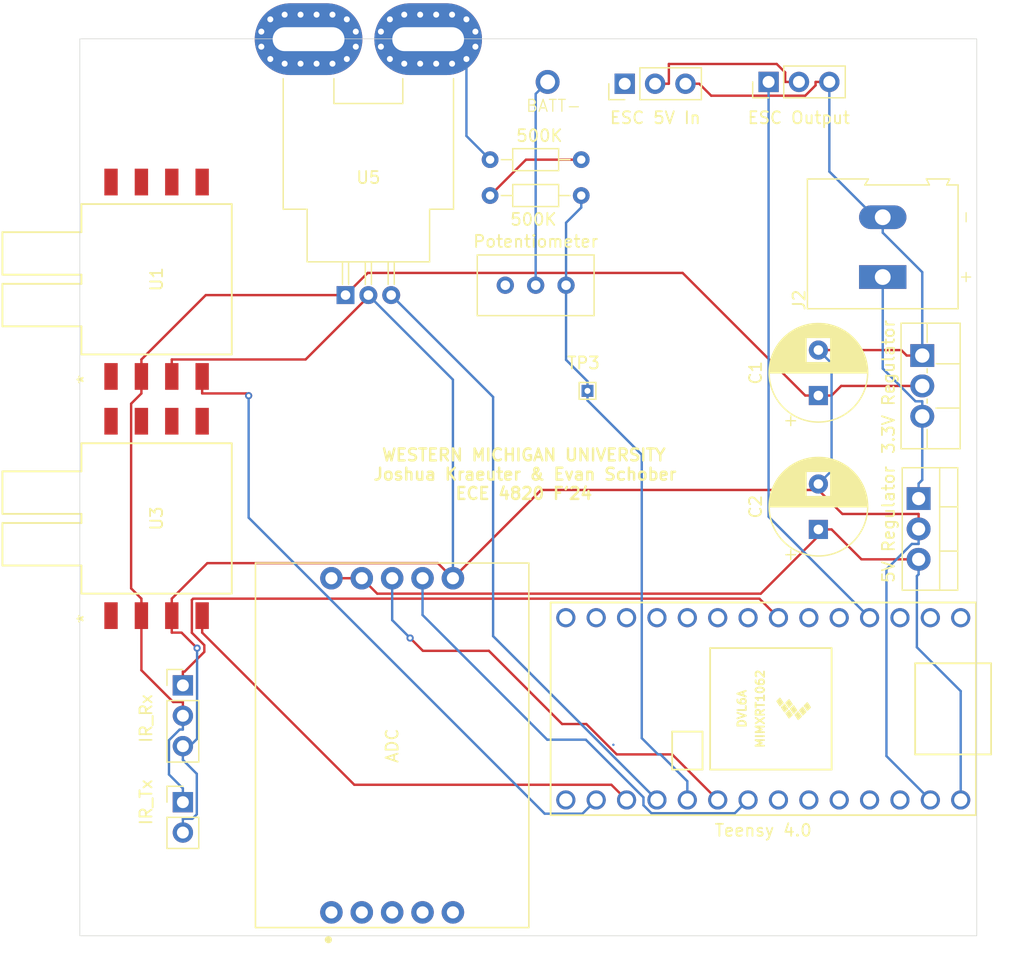
<source format=kicad_pcb>
(kicad_pcb (version 20240108) (generator "pcbnew") (generator_version "8.0")
  (title_block (title "PCB for Sensors") (date "10/10/2024") (rev "3") (company "Western Michigan University"))
  (layers (0 "F.Cu" signal) (31 "B.Cu" signal) (34 "B.Paste" user) (35 "F.Paste" user) (36 "B.SilkS" user "B.Silkscreen") (37 "F.SilkS" user "F.Silkscreen") (38 "B.Mask" user) (39 "F.Mask" user) (44 "Edge.Cuts" user))
  (net 0 "")
  (net 1 "Net-(IR_Receiver1-Pin_1)")
  (net 18 "+12V")
  (net 21 "+3V3")
  (net 25 "Net-(U3-VOUT)")
  (net 27 "GND")
  (net 28 "-BATT")
  (net 29 "Net-(U1-VOUT)")
  (net 31 "Net-(R2-Pad2)")
  (net 32 "Net-(J1-Pin_1)")
  (net 33 "Net-(U4-16_A2_RX4_SCL1)")
  (net 34 "+5V")
  (net 35 "+BATT")
  (net 36 "Net-(J1-Pin_2)")
  (net 37 "Net-(U4-17_A3_TX4_SDA1)")
  (net 38 "Net-(U4-19_A5_SCL0)")
  (net 39 "Net-(U4-18_A4_SDA0)")
  (net 40 "unconnected-(U5-IP--Pad5)")
  (footprint "MountingHole:MountingHole_3mm" (layer "F.Cu") (at 256 91.5)
    (property "Reference" "H2" (hide yes))
    (property "Value" "MountingHole_3mm")
    (pad "" np_thru_hole circle (at 0 0) (size 3 3) (drill 3) (layers "*.Cu" "*.Mask"))
  )
  (footprint "Resistor_THT:R_Axial_DIN0204_L3.6mm_D1.6mm_P7.62mm_Horizontal" (layer "F.Cu") (at 218.69 98)
    (property "Reference" "500K" (at 4.12 -2 0) (layer "F.SilkS"))
    (property "Value" "50K")
    (pad "1" thru_hole circle (at 0 0) (size 1.4 1.4) (drill 0.7) (layers "*.Cu" "*.Mask") (net 35 "+BATT"))
    (pad "2" thru_hole oval (at 7.62 0) (size 1.4 1.4) (drill 0.7) (layers "*.Cu" "*.Mask") (net 31 "Net-(R2-Pad2)"))
  )
  (footprint "Capacitor_THT:CP_Radial_D8.0mm_P3.80mm" (layer "F.Cu") (at 246.14 128.92 90)
    (property "Reference" "C2" (at 1.9 -5.25 90) (layer "F.SilkS"))
    (property "Value" "470uF" (hide yes))
    (pad "1" thru_hole rect (at 0 0 90) (size 1.6 1.6) (drill 0.8) (layers "*.Cu" "*.Mask") (net 34 "+5V"))
    (pad "2" thru_hole circle (at 3.8 0 90) (size 1.6 1.6) (drill 0.8) (layers "*.Cu" "*.Mask") (net 27 "GND"))
  )
  (footprint "Connector_PinHeader_2.54mm:PinHeader_1x03_P2.54mm_Vertical" (layer "F.Cu") (at 229.945 91.6517 90)
    (property "Reference" "ESC 5V In" (at -2.8483 2.555 0) (layer "F.SilkS"))
    (property "Value" "Servo")
    (pad "1" thru_hole rect (at 0 0 90) (size 1.7 1.7) (drill 1) (layers "*.Cu" "*.Mask"))
    (pad "2" thru_hole oval (at 0 2.54 90) (size 1.7 1.7) (drill 1) (layers "*.Cu" "*.Mask") (net 36 "Net-(J1-Pin_2)"))
    (pad "3" thru_hole oval (at 0 5.08 90) (size 1.7 1.7) (drill 1) (layers "*.Cu" "*.Mask") (net 27 "GND"))
  )
  (footprint "Capacitor_THT:CP_Radial_D8.0mm_P3.80mm" (layer "F.Cu") (at 246.14 117.7227 90)
    (property "Reference" "C1" (at 1.9 -5.25 90) (layer "F.SilkS"))
    (property "Value" "470uF" (hide yes))
    (pad "1" thru_hole rect (at 0 0 90) (size 1.6 1.6) (drill 0.8) (layers "*.Cu" "*.Mask") (net 21 "+3V3"))
    (pad "2" thru_hole circle (at 3.8 0 90) (size 1.6 1.6) (drill 0.8) (layers "*.Cu" "*.Mask") (net 27 "GND"))
  )
  (footprint "SEN_13879:SPARKFUN_SEN-13879" (layer "F.Cu") (at 210.5 146.97 90)
    (property "Reference" "ADC" (at -0.03 0 90) (layer "F.SilkS") (effects (font (size 1.000063 1.000063))))
    (property "Value" "Load-Cell ADC - SEN-13879")
    (pad "1" thru_hole circle (at -13.97 -5.08 90) (size 1.8796 1.8796) (drill 1.016) (layers "*.Cu" "*.Mask"))
    (pad "2" thru_hole circle (at -13.97 -2.54 90) (size 1.8796 1.8796) (drill 1.016) (layers "*.Cu" "*.Mask"))
    (pad "3" thru_hole circle (at -13.97 0 90) (size 1.8796 1.8796) (drill 1.016) (layers "*.Cu" "*.Mask"))
    (pad "4" thru_hole circle (at -13.97 2.54 90) (size 1.8796 1.8796) (drill 1.016) (layers "*.Cu" "*.Mask"))
    (pad "5" thru_hole circle (at -13.97 5.08 90) (size 1.8796 1.8796) (drill 1.016) (layers "*.Cu" "*.Mask"))
    (pad "6" thru_hole circle (at 13.97 5.08 90) (size 1.8796 1.8796) (drill 1.016) (layers "*.Cu" "*.Mask") (net 27 "GND"))
    (pad "7" thru_hole circle (at 13.97 2.54 90) (size 1.8796 1.8796) (drill 1.016) (layers "*.Cu" "*.Mask") (net 38 "Net-(U4-19_A5_SCL0)"))
    (pad "8" thru_hole circle (at 13.97 0 90) (size 1.8796 1.8796) (drill 1.016) (layers "*.Cu" "*.Mask") (net 39 "Net-(U4-18_A4_SDA0)"))
    (pad "9" thru_hole circle (at 13.97 -2.54 90) (size 1.8796 1.8796) (drill 1.016) (layers "*.Cu" "*.Mask") (net 34 "+5V"))
    (pad "10" thru_hole circle (at 13.97 -5.08 90) (size 1.8796 1.8796) (drill 1.016) (layers "*.Cu" "*.Mask") (net 34 "+5V"))
  )
  (footprint "Connector_Wire:Battery Tap" (layer "F.Cu") (at 223.5 96.5)
    (property "Reference" "BATT-" (at 0.5 -3 0) (layer "F.SilkS") (effects (font (thickness 0.1))))
    (property "Value" "TestPoint")
    (pad "1" thru_hole circle (at 0 -5) (size 2 2) (drill 1.25) (layers "*.Cu" "*.Mask") (net 28 "-BATT"))
  )
  (footprint "Package_TO_SOT_THT:TO-220F-3_Vertical" (layer "F.Cu") (at 254.825 114.38 -90)
    (property "Reference" "3.3V Regulator" (at 2.62 2.825 90) (layer "F.SilkS"))
    (property "Value" "LM1117T-3.3" (hide yes))
    (pad "1" thru_hole rect (at 0 0 270) (size 1.905 2) (drill 1.2) (layers "*.Cu" "*.Mask") (net 27 "GND"))
    (pad "2" thru_hole oval (at 2.54 0 270) (size 1.905 2) (drill 1.2) (layers "*.Cu" "*.Mask") (net 21 "+3V3"))
    (pad "3" thru_hole oval (at 5.08 0 270) (size 1.905 2) (drill 1.2) (layers "*.Cu" "*.Mask") (net 18 "+12V"))
  )
  (footprint "TestPoint:TestPoint_THTPad_1.0x1.0mm_Drill0.5mm" (layer "F.Cu") (at 226.8333 117.3333)
    (property "Reference" "TP3" (at -0.3333 -2.3313 0) (layer "F.SilkS"))
    (property "Value" "TestPoint")
    (pad "1" thru_hole rect (at 0 0) (size 1 1) (drill 0.5) (layers "*.Cu" "*.Mask") (net 37 "Net-(U4-17_A3_TX4_SDA1)"))
  )
  (footprint "MountingHole:MountingHole_3mm" (layer "F.Cu") (at 256 159.5)
    (property "Reference" "H3" (hide yes))
    (property "Value" "MountingHole_3mm")
    (pad "" np_thru_hole circle (at 0 0) (size 3 3) (drill 3) (layers "*.Cu" "*.Mask"))
  )
  (footprint "Connector_PinHeader_2.54mm:PinHeader_1x03_P2.54mm_Vertical" (layer "F.Cu") (at 241.975 91.5 90)
    (property "Reference" "ESC Output" (at -3 2.525 0) (layer "F.SilkS"))
    (property "Value" "Servo")
    (pad "1" thru_hole rect (at 0 0 90) (size 1.7 1.7) (drill 1) (layers "*.Cu" "*.Mask") (net 32 "Net-(J1-Pin_1)"))
    (pad "2" thru_hole oval (at 0 2.54 90) (size 1.7 1.7) (drill 1) (layers "*.Cu" "*.Mask") (net 36 "Net-(J1-Pin_2)"))
    (pad "3" thru_hole oval (at 0 5.08 90) (size 1.7 1.7) (drill 1) (layers "*.Cu" "*.Mask") (net 27 "GND"))
  )
  (footprint "MountingHole:MountingHole_3mm" (layer "F.Cu") (at 188 91.5)
    (property "Reference" "H1" (hide yes))
    (property "Value" "MountingHole_3mm")
    (pad "" np_thru_hole circle (at 0 0) (size 3 3) (drill 3) (layers "*.Cu" "*.Mask"))
  )
  (footprint "Package_TO_SOT_THT:TO-220-3_Vertical" (layer "F.Cu") (at 254.52 126.34 -90)
    (property "Reference" "5V Regulator" (at 2.16 2.52 90) (layer "F.SilkS"))
    (property "Value" "LM7805_TO220" (hide yes))
    (pad "1" thru_hole rect (at 0 0 270) (size 1.905 2) (drill 1.1) (layers "*.Cu" "*.Mask") (net 18 "+12V"))
    (pad "2" thru_hole oval (at 2.54 0 270) (size 1.905 2) (drill 1.1) (layers "*.Cu" "*.Mask") (net 27 "GND"))
    (pad "3" thru_hole oval (at 5.08 0 270) (size 1.905 2) (drill 1.1) (layers "*.Cu" "*.Mask") (net 34 "+5V"))
  )
  (footprint "Sensor_Current:Allegro_CB_PFF" (layer "F.Cu") (at 206.6 109.325)
    (property "Reference" "U5" (at 1.91 -9.825 0) (layer "F.SilkS"))
    (property "Value" "ACS758xCB-200U-PFF" (hide yes))
    (pad "1" thru_hole rect (at 0 0) (size 1.5 1.5) (drill 0.8) (layers "*.Cu" "*.Mask") (net 21 "+3V3"))
    (pad "2" thru_hole circle (at 1.91 0) (size 1.5 1.5) (drill 0.8) (layers "*.Cu" "*.Mask") (net 27 "GND"))
    (pad "3" thru_hole circle (at 3.82 0) (size 1.5 1.5) (drill 0.8) (layers "*.Cu" "*.Mask") (net 33 "Net-(U4-16_A2_RX4_SCL1)"))
    (pad "4" thru_hole oval (at 2.96 -22.03 65) (size 0.8 0.8) (drill 0.5) (layers "*.Cu" "*.Mask") (net 35 "+BATT"))
    (pad "4" thru_hole oval (at 2.96 -20.77 295) (size 0.8 0.8) (drill 0.5) (layers "*.Cu" "*.Mask") (net 35 "+BATT"))
    (pad "4" thru_hole circle (at 3.71 -23.06) (size 0.8 0.8) (drill 0.5) (layers "*.Cu" "*.Mask") (net 35 "+BATT"))
    (pad "4" thru_hole circle (at 3.71 -19.74) (size 0.8 0.8) (drill 0.5) (layers "*.Cu" "*.Mask") (net 35 "+BATT"))
    (pad "4" thru_hole circle (at 4.91 -23.45) (size 0.8 0.8) (drill 0.5) (layers "*.Cu" "*.Mask") (net 35 "+BATT"))
    (pad "4" thru_hole circle (at 4.91 -19.35) (size 0.8 0.8) (drill 0.5) (layers "*.Cu" "*.Mask") (net 35 "+BATT"))
    (pad "4" thru_hole circle (at 6.24 -23.45) (size 0.8 0.8) (drill 0.5) (layers "*.Cu" "*.Mask") (net 35 "+BATT"))
    (pad "4" thru_hole circle (at 6.24 -19.35) (size 0.8 0.8) (drill 0.5) (layers "*.Cu" "*.Mask") (net 35 "+BATT"))
    (pad "4" thru_hole oval (at 6.91 -21.4) (size 9 6) (drill oval 6 2) (layers "*.Cu" "*.Mask") (net 35 "+BATT"))
    (pad "4" thru_hole circle (at 7.58 -23.45) (size 0.8 0.8) (drill 0.5) (layers "*.Cu" "*.Mask") (net 35 "+BATT"))
    (pad "4" thru_hole circle (at 7.58 -19.35) (size 0.8 0.8) (drill 0.5) (layers "*.Cu" "*.Mask") (net 35 "+BATT"))
    (pad "4" thru_hole circle (at 8.91 -23.45) (size 0.8 0.8) (drill 0.5) (layers "*.Cu" "*.Mask") (net 35 "+BATT"))
    (pad "4" thru_hole circle (at 8.91 -19.35) (size 0.8 0.8) (drill 0.5) (layers "*.Cu" "*.Mask") (net 35 "+BATT"))
    (pad "4" thru_hole circle (at 10.11 -23.06) (size 0.8 0.8) (drill 0.5) (layers "*.Cu" "*.Mask") (net 35 "+BATT"))
    (pad "4" thru_hole circle (at 10.11 -19.74) (size 0.8 0.8) (drill 0.5) (layers "*.Cu" "*.Mask") (net 35 "+BATT"))
    (pad "4" thru_hole circle (at 10.86 -22.03) (size 0.8 0.8) (drill 0.5) (layers "*.Cu" "*.Mask") (net 35 "+BATT"))
    (pad "4" thru_hole circle (at 10.86 -20.77) (size 0.8 0.8) (drill 0.5) (layers "*.Cu" "*.Mask") (net 35 "+BATT"))
    (pad "5" thru_hole circle (at -7.04 -22.03) (size 0.8 0.8) (drill 0.5) (layers "*.Cu" "*.Mask") (net 40 "unconnected-(U5-IP--Pad5)"))
    (pad "5" thru_hole circle (at -7.04 -20.77) (size 0.8 0.8) (drill 0.5) (layers "*.Cu" "*.Mask") (net 40 "unconnected-(U5-IP--Pad5)"))
    (pad "5" thru_hole circle (at -6.29 -23.06) (size 0.8 0.8) (drill 0.5) (layers "*.Cu" "*.Mask") (net 40 "unconnected-(U5-IP--Pad5)"))
    (pad "5" thru_hole circle (at -6.29 -19.74) (size 0.8 0.8) (drill 0.5) (layers "*.Cu" "*.Mask") (net 40 "unconnected-(U5-IP--Pad5)"))
    (pad "5" thru_hole circle (at -5.09 -23.45) (size 0.8 0.8) (drill 0.5) (layers "*.Cu" "*.Mask") (net 40 "unconnected-(U5-IP--Pad5)"))
    (pad "5" thru_hole circle (at -5.09 -19.35) (size 0.8 0.8) (drill 0.5) (layers "*.Cu" "*.Mask") (net 40 "unconnected-(U5-IP--Pad5)"))
    (pad "5" thru_hole circle (at -3.76 -23.45) (size 0.8 0.8) (drill 0.5) (layers "*.Cu" "*.Mask") (net 40 "unconnected-(U5-IP--Pad5)"))
    (pad "5" thru_hole circle (at -3.76 -19.35) (size 0.8 0.8) (drill 0.5) (layers "*.Cu" "*.Mask") (net 40 "unconnected-(U5-IP--Pad5)"))
    (pad "5" thru_hole oval (at -3.09 -21.4) (size 9 6) (drill oval 6 2) (layers "*.Cu" "*.Mask") (net 40 "unconnected-(U5-IP--Pad5)"))
    (pad "5" thru_hole circle (at -2.42 -23.45) (size 0.8 0.8) (drill 0.5) (layers "*.Cu" "*.Mask") (net 40 "unconnected-(U5-IP--Pad5)"))
    (pad "5" thru_hole circle (at -2.42 -19.35) (size 0.8 0.8) (drill 0.5) (layers "*.Cu" "*.Mask") (net 40 "unconnected-(U5-IP--Pad5)"))
    (pad "5" thru_hole circle (at -1.09 -23.45) (size 0.8 0.8) (drill 0.5) (layers "*.Cu" "*.Mask") (net 40 "unconnected-(U5-IP--Pad5)"))
    (pad "5" thru_hole circle (at -1.09 -19.35) (size 0.8 0.8) (drill 0.5) (layers "*.Cu" "*.Mask") (net 40 "unconnected-(U5-IP--Pad5)"))
    (pad "5" thru_hole circle (at 0.11 -23.06) (size 0.8 0.8) (drill 0.5) (layers "*.Cu" "*.Mask") (net 40 "unconnected-(U5-IP--Pad5)"))
    (pad "5" thru_hole circle (at 0.11 -19.74) (size 0.8 0.8) (drill 0.5) (layers "*.Cu" "*.Mask") (net 40 "unconnected-(U5-IP--Pad5)"))
    (pad "5" thru_hole oval (at 0.86 -22.03 295) (size 0.8 0.8) (drill 0.5) (layers "*.Cu" "*.Mask") (net 40 "unconnected-(U5-IP--Pad5)"))
    (pad "5" thru_hole oval (at 0.86 -20.77 65) (size 0.8 0.8) (drill 0.5) (layers "*.Cu" "*.Mask") (net 40 "unconnected-(U5-IP--Pad5)"))
  )
  (footprint "footprints:SO8_SOT1693-1_NXP" (layer "F.Cu") (at 190.802 108 90)
    (property "Reference" "U1" (at 0 0 90) (layer "F.SilkS"))
    (property "Value" "MP3V5010DP" (hide yes))
    (fp_text user "*" (at -8.382 -6.0706 90) (layer "F.SilkS"))
    (fp_text user "*" (at -8.382 -6.0706 90) (layer "F.SilkS"))
    (pad "1" smd rect (at -8.128 -3.81 90) (size 2.2352 1.1176) (layers "F.Cu" "F.Paste" "F.Mask"))
    (pad "2" smd rect (at -8.128 -1.27 90) (size 2.2352 1.1176) (layers "F.Cu" "F.Paste" "F.Mask") (net 21 "+3V3"))
    (pad "3" smd rect (at -8.128 1.27 90) (size 2.2352 1.1176) (layers "F.Cu" "F.Paste" "F.Mask") (net 27 "GND"))
    (pad "4" smd rect (at -8.128 3.81 90) (size 2.2352 1.1176) (layers "F.Cu" "F.Paste" "F.Mask") (net 29 "Net-(U1-VOUT)"))
    (pad "5" smd rect (at 8.128 3.81 90) (size 2.2352 1.1176) (layers "F.Cu" "F.Paste" "F.Mask"))
    (pad "6" smd rect (at 8.128 1.27 90) (size 2.2352 1.1176) (layers "F.Cu" "F.Paste" "F.Mask"))
    (pad "7" smd rect (at 8.128 -1.27 90) (size 2.2352 1.1176) (layers "F.Cu" "F.Paste" "F.Mask"))
    (pad "8" smd rect (at 8.128 -3.81 90) (size 2.2352 1.1176) (layers "F.Cu" "F.Paste" "F.Mask"))
  )
  (footprint "Resistor_THT:R_Axial_DIN0204_L3.6mm_D1.6mm_P7.62mm_Horizontal" (layer "F.Cu") (at 218.69 101)
    (property "Reference" "500K" (at 3.62 2 0) (layer "F.SilkS"))
    (property "Value" "50K")
    (pad "1" thru_hole circle (at 0 0) (size 1.4 1.4) (drill 0.7) (layers "*.Cu" "*.Mask") (net 31 "Net-(R2-Pad2)"))
    (pad "2" thru_hole oval (at 7.62 0) (size 1.4 1.4) (drill 0.7) (layers "*.Cu" "*.Mask") (net 37 "Net-(U4-17_A3_TX4_SDA1)"))
  )
  (footprint "Connector_PinHeader_2.54mm:PinHeader_1x03_P2.54mm_Vertical" (layer "F.Cu") (at 193 141.96)
    (property "Reference" "IR_Rx" (at -3.08 2.7708 90) (layer "F.SilkS"))
    (property "Value" "Servo")
    (pad "1" thru_hole rect (at 0 0) (size 1.7 1.7) (drill 1) (layers "*.Cu" "*.Mask") (net 1 "Net-(IR_Receiver1-Pin_1)"))
    (pad "2" thru_hole oval (at 0 2.54) (size 1.7 1.7) (drill 1) (layers "*.Cu" "*.Mask") (net 21 "+3V3"))
    (pad "3" thru_hole oval (at 0 5.08) (size 1.7 1.7) (drill 1) (layers "*.Cu" "*.Mask") (net 27 "GND"))
  )
  (footprint "TerminalBlock:TerminalBlock_Altech_AK300-2_P5.00mm" (layer "F.Cu") (at 251.52 107.815 90)
    (property "Reference" "J2" (at -1.92 -6.99 90) (layer "F.SilkS"))
    (property "Value" "Screw_Terminal_01x02" (hide yes))
    (pad "1" thru_hole rect (at 0 0 90) (size 1.98 3.96) (drill 1.32) (layers "*.Cu" "*.Mask") (net 18 "+12V"))
    (pad "2" thru_hole oval (at 5 0 90) (size 1.98 3.96) (drill 1.32) (layers "*.Cu" "*.Mask") (net 27 "GND"))
  )
  (footprint "MountingHole:MountingHole_3mm" (layer "F.Cu") (at 188 159)
    (property "Reference" "H4" (hide yes))
    (property "Value" "MountingHole_3mm")
    (pad "" np_thru_hole circle (at 0 0) (size 3 3) (drill 3) (layers "*.Cu" "*.Mask"))
  )
  (footprint "teensy.pretty-master:Teensy40" (layer "F.Cu") (at 241.53 143.92 180)
    (property "Reference" "Teensy 4.0" (at 0 -10.16 0) (layer "F.SilkS"))
    (property "Value" "Teensy4.0")
    (fp_text user "MIMXRT1062" (at 0.254 0 90) (layer "F.SilkS") (effects (font (size 0.7 0.7))))
    (fp_text user "DVL6A" (at 1.778 0 90) (layer "F.SilkS") (effects (font (size 0.7 0.7))))
    (pad "1" thru_hole circle (at -16.51 7.62 180) (size 1.6 1.6) (drill 1.1) (layers "*.Cu" "*.Mask"))
    (pad "2" thru_hole circle (at -13.97 7.62 180) (size 1.6 1.6) (drill 1.1) (layers "*.Cu" "*.Mask"))
    (pad "3" thru_hole circle (at -11.43 7.62 180) (size 1.6 1.6) (drill 1.1) (layers "*.Cu" "*.Mask"))
    (pad "4" thru_hole circle (at -8.89 7.62 180) (size 1.6 1.6) (drill 1.1) (layers "*.Cu" "*.Mask") (net 32 "Net-(J1-Pin_1)"))
    (pad "5" thru_hole circle (at -6.35 7.62 180) (size 1.6 1.6) (drill 1.1) (layers "*.Cu" "*.Mask"))
    (pad "6" thru_hole circle (at -3.81 7.62 180) (size 1.6 1.6) (drill 1.1) (layers "*.Cu" "*.Mask"))
    (pad "7" thru_hole circle (at -1.27 7.62 180) (size 1.6 1.6) (drill 1.1) (layers "*.Cu" "*.Mask") (net 1 "Net-(IR_Receiver1-Pin_1)"))
    (pad "8" thru_hole circle (at 1.27 7.62 180) (size 1.6 1.6) (drill 1.1) (layers "*.Cu" "*.Mask"))
    (pad "9" thru_hole circle (at 3.81 7.62 180) (size 1.6 1.6) (drill 1.1) (layers "*.Cu" "*.Mask"))
    (pad "10" thru_hole circle (at 6.35 7.62 180) (size 1.6 1.6) (drill 1.1) (layers "*.Cu" "*.Mask"))
    (pad "11" thru_hole circle (at 8.89 7.62 180) (size 1.6 1.6) (drill 1.1) (layers "*.Cu" "*.Mask"))
    (pad "12" thru_hole circle (at 11.43 7.62 180) (size 1.6 1.6) (drill 1.1) (layers "*.Cu" "*.Mask"))
    (pad "13" thru_hole circle (at 13.97 7.62 180) (size 1.6 1.6) (drill 1.1) (layers "*.Cu" "*.Mask"))
    (pad "14" thru_hole circle (at 16.51 7.62 180) (size 1.6 1.6) (drill 1.1) (layers "*.Cu" "*.Mask"))
    (pad "20" thru_hole circle (at 16.51 -7.62 180) (size 1.6 1.6) (drill 1.1) (layers "*.Cu" "*.Mask"))
    (pad "21" thru_hole circle (at 13.97 -7.62 180) (size 1.6 1.6) (drill 1.1) (layers "*.Cu" "*.Mask") (net 29 "Net-(U1-VOUT)"))
    (pad "22" thru_hole circle (at 11.43 -7.62 180) (size 1.6 1.6) (drill 1.1) (layers "*.Cu" "*.Mask") (net 25 "Net-(U3-VOUT)"))
    (pad "23" thru_hole circle (at 8.89 -7.62 180) (size 1.6 1.6) (drill 1.1) (layers "*.Cu" "*.Mask") (net 33 "Net-(U4-16_A2_RX4_SCL1)"))
    (pad "24" thru_hole circle (at 6.35 -7.62 180) (size 1.6 1.6) (drill 1.1) (layers "*.Cu" "*.Mask") (net 37 "Net-(U4-17_A3_TX4_SDA1)"))
    (pad "25" thru_hole circle (at 3.81 -7.62 180) (size 1.6 1.6) (drill 1.1) (layers "*.Cu" "*.Mask") (net 39 "Net-(U4-18_A4_SDA0)"))
    (pad "26" thru_hole circle (at 1.27 -7.62 180) (size 1.6 1.6) (drill 1.1) (layers "*.Cu" "*.Mask") (net 38 "Net-(U4-19_A5_SCL0)"))
    (pad "27" thru_hole circle (at -1.27 -7.62 180) (size 1.6 1.6) (drill 1.1) (layers "*.Cu" "*.Mask"))
    (pad "28" thru_hole circle (at -3.81 -7.62 180) (size 1.6 1.6) (drill 1.1) (layers "*.Cu" "*.Mask"))
    (pad "29" thru_hole circle (at -6.35 -7.62 180) (size 1.6 1.6) (drill 1.1) (layers "*.Cu" "*.Mask"))
    (pad "30" thru_hole circle (at -8.89 -7.62 180) (size 1.6 1.6) (drill 1.1) (layers "*.Cu" "*.Mask"))
    (pad "31" thru_hole circle (at -11.43 -7.62 180) (size 1.6 1.6) (drill 1.1) (layers "*.Cu" "*.Mask"))
    (pad "32" thru_hole circle (at -13.97 -7.62 180) (size 1.6 1.6) (drill 1.1) (layers "*.Cu" "*.Mask") (net 27 "GND"))
    (pad "33" thru_hole circle (at -16.51 -7.62 180) (size 1.6 1.6) (drill 1.1) (layers "*.Cu" "*.Mask") (net 34 "+5V"))
  )
  (footprint "Potentiometer_THT:Potentiometer_Bourns_3296W_Vertical" (layer "F.Cu") (at 225.04 108.5)
    (property "Reference" "Potentiometer" (at -2.54 -3.66 0) (layer "F.SilkS"))
    (property "Value" "10K")
    (pad "1" thru_hole circle (at 0 0) (size 1.44 1.44) (drill 0.8) (layers "*.Cu" "*.Mask") (net 37 "Net-(U4-17_A3_TX4_SDA1)"))
    (pad "2" thru_hole circle (at -2.54 0) (size 1.44 1.44) (drill 0.8) (layers "*.Cu" "*.Mask") (net 28 "-BATT"))
    (pad "3" thru_hole circle (at -5.08 0) (size 1.44 1.44) (drill 0.8) (layers "*.Cu" "*.Mask"))
  )
  (footprint "footprints:SO8_SOT1693-1_NXP" (layer "F.Cu") (at 190.802 128 90)
    (property "Reference" "U3" (at 0 0 90) (layer "F.SilkS"))
    (property "Value" "MP3V5010DP" (hide yes))
    (fp_text user "*" (at -8.382 -6.0706 90) (layer "F.SilkS"))
    (fp_text user "*" (at -8.382 -6.0706 90) (layer "F.SilkS"))
    (pad "1" smd rect (at -8.128 -3.81 90) (size 2.2352 1.1176) (layers "F.Cu" "F.Paste" "F.Mask"))
    (pad "2" smd rect (at -8.128 -1.27 90) (size 2.2352 1.1176) (layers "F.Cu" "F.Paste" "F.Mask") (net 21 "+3V3"))
    (pad "3" smd rect (at -8.128 1.27 90) (size 2.2352 1.1176) (layers "F.Cu" "F.Paste" "F.Mask") (net 27 "GND"))
    (pad "4" smd rect (at -8.128 3.81 90) (size 2.2352 1.1176) (layers "F.Cu" "F.Paste" "F.Mask") (net 25 "Net-(U3-VOUT)"))
    (pad "5" smd rect (at 8.128 3.81 90) (size 2.2352 1.1176) (layers "F.Cu" "F.Paste" "F.Mask"))
    (pad "6" smd rect (at 8.128 1.27 90) (size 2.2352 1.1176) (layers "F.Cu" "F.Paste" "F.Mask"))
    (pad "7" smd rect (at 8.128 -1.27 90) (size 2.2352 1.1176) (layers "F.Cu" "F.Paste" "F.Mask"))
    (pad "8" smd rect (at 8.128 -3.81 90) (size 2.2352 1.1176) (layers "F.Cu" "F.Paste" "F.Mask"))
  )
  (footprint "Connector_PinHeader_2.54mm:PinHeader_1x02_P2.54mm_Vertical" (layer "F.Cu") (at 193 151.725)
    (property "Reference" "IR_Tx" (at -3.08 0.0058 90) (layer "F.SilkS"))
    (property "Value" "IR_Transmitter")
    (pad "1" thru_hole rect (at 0 0) (size 1.7 1.7) (drill 1) (layers "*.Cu" "*.Mask") (net 21 "+3V3"))
    (pad "2" thru_hole oval (at 0 2.54) (size 1.7 1.7) (drill 1) (layers "*.Cu" "*.Mask") (net 27 "GND"))
  )
  (gr_rect (start 184.3815 87.895) (end 259.3815 162.895) (stroke (width 0.05)) (fill none) (layer "Edge.Cuts"))
  (gr_text "+" (at 259 108.5 90) (layer "F.SilkS") (effects (font (size 1 1) (thickness 0.1)) (justify left bottom)))
  (gr_text "	   WESTERN MICHIGAN UNIVERSITY\n       Joshua Kraeuter & Evan Schober\n                ECE 4820 F'24" (at 203.5 126.5 0) (layer "F.SilkS") (effects (font (size 1 1) (thickness 0.2) (bold yes)) (justify left bottom)))
  (gr_text "-" (at 259 103.5 90) (layer "F.SilkS") (effects (font (size 1 1) (thickness 0.1)) (justify left bottom)))
  (segment (start 241.2087 134.7087) (end 242.8 136.3) (width 0.2) (layer "F.Cu") (net 1))
  (segment (start 193.8617 134.7087) (end 241.2087 134.7087) (width 0.2) (layer "F.Cu") (net 1))
  (segment (start 193 141.96) (end 193 140.8083) (width 0.2) (layer "F.Cu") (net 1))
  (segment (start 193.7515 134.8189) (end 193.8617 134.7087) (width 0.2) (layer "F.Cu") (net 1))
  (segment (start 194.7928 139.1595) (end 194.7928 138.5999) (width 0.2) (layer "F.Cu") (net 1))
  (segment (start 193.144 140.8083) (end 194.7928 139.1595) (width 0.2) (layer "F.Cu") (net 1))
  (segment (start 193 140.8083) (end 193.144 140.8083) (width 0.2) (layer "F.Cu") (net 1))
  (segment (start 193.7515 137.5586) (end 193.7515 134.8189) (width 0.2) (layer "F.Cu") (net 1))
  (segment (start 194.7928 138.5999) (end 193.7515 137.5586) (width 0.2) (layer "F.Cu") (net 1))
  (segment (start 254.52 125.0858) (end 254.825 124.7808) (width 0.2) (layer "B.Cu") (net 18))
  (segment (start 251.52 115.468) (end 254.2578 118.2058) (width 0.2) (layer "B.Cu") (net 18))
  (segment (start 254.52 126.34) (end 254.52 125.0858) (width 0.2) (layer "B.Cu") (net 18))
  (segment (start 254.825 124.7808) (end 254.825 119.46) (width 0.2) (layer "B.Cu") (net 18))
  (segment (start 251.52 107.815) (end 251.52 115.468) (width 0.2) (layer "B.Cu") (net 18))
  (segment (start 254.2578 118.2058) (end 254.825 118.2058) (width 0.2) (layer "B.Cu") (net 18))
  (segment (start 254.825 119.46) (end 254.825 118.2058) (width 0.2) (layer "B.Cu") (net 18))
  (segment (start 189.532 116.128) (end 189.532 114.7087) (width 0.2) (layer "F.Cu") (net 21))
  (segment (start 189.532 134.7087) (end 188.6715 133.8482) (width 0.2) (layer "F.Cu") (net 21))
  (segment (start 254.825 116.92) (end 248.0444 116.92) (width 0.2) (layer "F.Cu") (net 21))
  (segment (start 246.6909 117.7227) (end 247.2417 117.7227) (width 0.2) (layer "F.Cu") (net 21))
  (segment (start 193 144.5) (end 193 143.3483) (width 0.2) (layer "F.Cu") (net 21))
  (segment (start 234.7876 107.472) (end 208.453 107.472) (width 0.2) (layer "F.Cu") (net 21))
  (segment (start 189.532 116.128) (end 189.532 117.5473) (width 0.2) (layer "F.Cu") (net 21))
  (segment (start 194.9157 109.325) (end 189.532 114.7087) (width 0.2) (layer "F.Cu") (net 21))
  (segment (start 188.6715 118.4078) (end 189.532 117.5473) (width 0.2) (layer "F.Cu") (net 21))
  (segment (start 192.1855 143.3483) (end 193 143.3483) (width 0.2) (layer "F.Cu") (net 21))
  (segment (start 189.532 136.128) (end 189.532 134.7087) (width 0.2) (layer "F.Cu") (net 21))
  (segment (start 246.14 117.7227) (end 245.0383 117.7227) (width 0.2) (layer "F.Cu") (net 21))
  (segment (start 189.532 136.128) (end 189.532 140.6948) (width 0.2) (layer "F.Cu") (net 21))
  (segment (start 188.6715 133.8482) (end 188.6715 118.4078) (width 0.2) (layer "F.Cu") (net 21))
  (segment (start 206.6 109.325) (end 194.9157 109.325) (width 0.2) (layer "F.Cu") (net 21))
  (segment (start 189.532 140.6948) (end 192.1855 143.3483) (width 0.2) (layer "F.Cu") (net 21))
  (segment (start 246.6909 117.7227) (end 246.14 117.7227) (width 0.2) (layer "F.Cu") (net 21))
  (segment (start 245.0383 117.7227) (end 234.7876 107.472) (width 0.2) (layer "F.Cu") (net 21))
  (segment (start 208.453 107.472) (end 206.6 109.325) (width 0.2) (layer "F.Cu") (net 21))
  (segment (start 248.0444 116.92) (end 247.2417 117.7227) (width 0.2) (layer "F.Cu") (net 21))
  (segment (start 193 151.725) (end 193 150.5733) (width 0.2) (layer "B.Cu") (net 21))
  (segment (start 193 150.5733) (end 191.8375 149.4108) (width 0.2) (layer "B.Cu") (net 21))
  (segment (start 191.8375 146.5457) (end 192.7315 145.6517) (width 0.2) (layer "B.Cu") (net 21))
  (segment (start 192.7315 145.6517) (end 193 145.6517) (width 0.2) (layer "B.Cu") (net 21))
  (segment (start 191.8375 149.4108) (end 191.8375 146.5457) (width 0.2) (layer "B.Cu") (net 21))
  (segment (start 193 144.5) (end 193 145.6517) (width 0.2) (layer "B.Cu") (net 21))
  (segment (start 228.83 150.27) (end 207.3347 150.27) (width 0.2) (layer "F.Cu") (net 25))
  (segment (start 230.1 151.54) (end 228.83 150.27) (width 0.2) (layer "F.Cu") (net 25))
  (segment (start 194.612 136.128) (end 194.612 137.5473) (width 0.2) (layer "F.Cu") (net 25))
  (segment (start 207.3347 150.27) (end 194.612 137.5473) (width 0.2) (layer "F.Cu") (net 25))
  (segment (start 247.055 91.5) (end 245.9033 91.5) (width 0.2) (layer "F.Cu") (net 27))
  (segment (start 222.96 125.62) (end 215.58 133) (width 0.2) (layer "F.Cu") (net 27))
  (segment (start 235.025 91.6517) (end 236.1767 91.6517) (width 0.2) (layer "F.Cu") (net 27))
  (segment (start 254.52 127.6258) (end 248.1458 127.6258) (width 0.2) (layer "F.Cu") (net 27))
  (segment (start 192.072 137.5473) (end 192.8892 137.5473) (width 0.2) (layer "F.Cu") (net 27))
  (segment (start 192.072 114.7087) (end 203.2604 114.7087) (width 0.2) (layer "F.Cu") (net 27))
  (segment (start 214.3168 131.7368) (end 195.0439 131.7368) (width 0.2) (layer "F.Cu") (net 27))
  (segment (start 248.1458 127.6258) (end 246.14 125.62) (width 0.2) (layer "F.Cu") (net 27))
  (segment (start 192.072 136.128) (end 192.072 134.7087) (width 0.2) (layer "F.Cu") (net 27))
  (segment (start 192.8892 137.5473) (end 194.1869 138.845) (width 0.2) (layer "F.Cu") (net 27))
  (segment (start 246.14 125.62) (end 246.14 125.12) (width 0.2) (layer "F.Cu") (net 27))
  (segment (start 208.51 109.4591) (end 208.51 109.325) (width 0.2) (layer "F.Cu") (net 27))
  (segment (start 253.066 113.9227) (end 246.14 113.9227) (width 0.2) (layer "F.Cu") (net 27))
  (segment (start 246.14 125.62) (end 222.96 125.62) (width 0.2) (layer "F.Cu") (net 27))
  (segment (start 203.2604 114.7087) (end 208.51 109.4591) (width 0.2) (layer "F.Cu") (net 27))
  (segment (start 192.072 116.128) (end 192.072 114.7087) (width 0.2) (layer "F.Cu") (net 27))
  (segment (start 253.5233 114.38) (end 253.066 113.9227) (width 0.2) (layer "F.Cu") (net 27))
  (segment (start 245.9033 91.788) (end 245.0396 92.6517) (width 0.2) (layer "F.Cu") (net 27))
  (segment (start 245.0396 92.6517) (end 237.1767 92.6517) (width 0.2) (layer "F.Cu") (net 27))
  (segment (start 195.0439 131.7368) (end 192.072 134.7087) (width 0.2) (layer "F.Cu") (net 27))
  (segment (start 192.072 136.128) (end 192.072 137.5473) (width 0.2) (layer "F.Cu") (net 27))
  (segment (start 245.9033 91.5) (end 245.9033 91.788) (width 0.2) (layer "F.Cu") (net 27))
  (segment (start 254.52 128.88) (end 254.52 127.6258) (width 0.2) (layer "F.Cu") (net 27))
  (segment (start 254.825 114.38) (end 253.5233 114.38) (width 0.2) (layer "F.Cu") (net 27))
  (segment (start 215.58 133) (end 214.3168 131.7368) (width 0.2) (layer "F.Cu") (net 27))
  (segment (start 237.1767 92.6517) (end 236.1767 91.6517) (width 0.2) (layer "F.Cu") (net 27))
  (via (at 194.1869 138.845) (size 0.6) (drill 0.3) (layers "F.Cu" "B.Cu") (net 27))
  (segment (start 208.51 109.325) (end 215.58 116.395) (width 0.2) (layer "B.Cu") (net 27))
  (segment (start 253.9528 130.1342) (end 254.52 130.1342) (width 0.2) (layer "B.Cu") (net 27))
  (segment (start 254.52 128.88) (end 254.52 130.1342) (width 0.2) (layer "B.Cu") (net 27))
  (segment (start 255.5 151.54) (end 251.8304 147.8704) (width 0.2) (layer "B.Cu") (net 27))
  (segment (start 194.1869 146.4289) (end 194.1869 138.845) (width 0.2) (layer "B.Cu") (net 27))
  (segment (start 251.8304 147.8704) (end 251.8304 132.2566) (width 0.2) (layer "B.Cu") (net 27))
  (segment (start 193 147.6158) (end 193 148.1917) (width 0.2) (layer "B.Cu") (net 27))
  (segment (start 193 147.6158) (end 194.1869 146.4289) (width 0.2) (layer "B.Cu") (net 27))
  (segment (start 254.825 107.4117) (end 254.825 114.38) (width 0.2) (layer "B.Cu") (net 27))
  (segment (start 215.58 116.395) (end 215.58 133) (width 0.2) (layer "B.Cu") (net 27))
  (segment (start 194.1646 152.7405) (end 194.1646 149.3563) (width 0.2) (layer "B.Cu") (net 27))
  (segment (start 251.8304 132.2566) (end 253.9528 130.1342) (width 0.2) (layer "B.Cu") (net 27))
  (segment (start 194.1646 149.3563) (end 193 148.1917) (width 0.2) (layer "B.Cu") (net 27))
  (segment (start 251.52 103.4608) (end 247.055 98.9958) (width 0.2) (layer "B.Cu") (net 27))
  (segment (start 193.7918 153.1133) (end 194.1646 152.7405) (width 0.2) (layer "B.Cu") (net 27))
  (segment (start 193 153.1133) (end 193.7918 153.1133) (width 0.2) (layer "B.Cu") (net 27))
  (segment (start 193 147.04) (end 193 147.6158) (width 0.2) (layer "B.Cu") (net 27))
  (segment (start 251.52 104.1067) (end 254.825 107.4117) (width 0.2) (layer "B.Cu") (net 27))
  (segment (start 251.52 102.815) (end 251.52 103.4608) (width 0.2) (layer "B.Cu") (net 27))
  (segment (start 247.2417 124.0183) (end 246.14 125.12) (width 0.2) (layer "B.Cu") (net 27))
  (segment (start 247.055 98.9958) (end 247.055 91.5) (width 0.2) (layer "B.Cu") (net 27))
  (segment (start 251.52 103.4608) (end 251.52 104.1067) (width 0.2) (layer "B.Cu") (net 27))
  (segment (start 246.14 113.9227) (end 247.2417 115.0244) (width 0.2) (layer "B.Cu") (net 27))
  (segment (start 247.2417 115.0244) (end 247.2417 124.0183) (width 0.2) (layer "B.Cu") (net 27))
  (segment (start 193 154.265) (end 193 153.1133) (width 0.2) (layer "B.Cu") (net 27))
  (segment (start 222.5 92.5) (end 222.5 108.5) (width 0.2) (layer "B.Cu") (net 28))
  (segment (start 223.5 91.5) (end 222.5 92.5) (width 0.2) (layer "B.Cu") (net 28))
  (segment (start 194.612 117.5473) (end 194.612 116.128) (width 0.2) (layer "F.Cu") (net 29))
  (segment (start 198.3118 117.5473) (end 194.612 117.5473) (width 0.2) (layer "F.Cu") (net 29))
  (segment (start 198.5 117.7355) (end 198.3118 117.5473) (width 0.2) (layer "F.Cu") (net 29))
  (via (at 198.5 117.7355) (size 0.6) (drill 0.3) (layers "F.Cu" "B.Cu") (net 29))
  (segment (start 198.5 127.9352) (end 223.2519 152.6871) (width 0.2) (layer "B.Cu") (net 29))
  (segment (start 198.5 117.7355) (end 198.5 127.9352) (width 0.2) (layer "B.Cu") (net 29))
  (segment (start 226.4129 152.6871) (end 227.56 151.54) (width 0.2) (layer "B.Cu") (net 29))
  (segment (start 223.2519 152.6871) (end 226.4129 152.6871) (width 0.2) (layer "B.Cu") (net 29))
  (segment (start 221.69 98) (end 226.31 98) (width 0.2) (layer "F.Cu") (net 31))
  (segment (start 218.69 101) (end 221.69 98) (width 0.2) (layer "F.Cu") (net 31))
  (segment (start 250.42 136.3) (end 241.975 127.855) (width 0.2) (layer "B.Cu") (net 32))
  (segment (start 241.975 91.5) (end 241.975 127.855) (width 0.2) (layer "B.Cu") (net 32))
  (segment (start 228.9983 146.9276) (end 228.9959 146.9276) (width 0.2) (layer "B.Cu") (net 33))
  (segment (start 210.42 109.325) (end 218.9398 117.8448) (width 0.2) (layer "B.Cu") (net 33))
  (segment (start 218.9398 117.8448) (end 218.9398 137.8398) (width 0.2) (layer "B.Cu") (net 33))
  (segment (start 218.9398 137.8398) (end 232.64 151.54) (width 0.2) (layer "B.Cu") (net 33))
  (segment (start 249.7417 131.42) (end 247.2417 128.92) (width 0.2) (layer "F.Cu") (net 34))
  (segment (start 241.3213 134.2896) (end 209.2496 134.2896) (width 0.2) (layer "F.Cu") (net 34))
  (segment (start 205.42 133) (end 207.96 133) (width 0.2) (layer "F.Cu") (net 34))
  (segment (start 246.6909 128.92) (end 247.2417 128.92) (width 0.2) (layer "F.Cu") (net 34))
  (segment (start 209.2496 134.2896) (end 207.96 133) (width 0.2) (layer "F.Cu") (net 34))
  (segment (start 246.6909 128.92) (end 241.3213 134.2896) (width 0.2) (layer "F.Cu") (net 34))
  (segment (start 254.52 131.42) (end 249.7417 131.42) (width 0.2) (layer "F.Cu") (net 34))
  (segment (start 246.14 128.92) (end 246.6909 128.92) (width 0.2) (layer "F.Cu") (net 34))
  (segment (start 258.04 142.4388) (end 254.375 138.7738) (width 0.2) (layer "B.Cu") (net 34))
  (segment (start 254.52 131.42) (end 254.52 132.6742) (width 0.2) (layer "B.Cu") (net 34))
  (segment (start 254.375 132.8192) (end 254.52 132.6742) (width 0.2) (layer "B.Cu") (net 34))
  (segment (start 258.04 151.54) (end 258.04 142.4388) (width 0.2) (layer "B.Cu") (net 34))
  (segment (start 254.375 138.7738) (end 254.375 132.8192) (width 0.2) (layer "B.Cu") (net 34))
  (segment (start 210.7 89.975) (end 210.31 89.585) (width 0.2) (layer "F.Cu") (net 35))
  (segment (start 215.9 89.585) (end 215.51 89.975) (width 0.2) (layer "F.Cu") (net 35))
  (segment (start 214.18 89.975) (end 212.84 89.975) (width 0.2) (layer "F.Cu") (net 35))
  (segment (start 212.84 89.975) (end 211.51 89.975) (width 0.2) (layer "F.Cu") (net 35))
  (segment (start 211.51 89.975) (end 210.7 89.975) (width 0.2) (layer "F.Cu") (net 35))
  (segment (start 216.71 89.585) (end 215.9 89.585) (width 0.2) (layer "F.Cu") (net 35))
  (segment (start 215.51 89.975) (end 214.18 89.975) (width 0.2) (layer "F.Cu") (net 35))
  (segment (start 216.71 96.02) (end 218.69 98) (width 0.2) (layer "B.Cu") (net 35))
  (segment (start 216.71 89.585) (end 216.71 96.02) (width 0.2) (layer "B.Cu") (net 35))
  (segment (start 210.31 89.585) (end 210.0118 89.2868) (width 0.2) (layer "B.Cu") (net 35))
  (segment (start 210.0118 89.2868) (end 209.9013 89.2868) (width 0.2) (layer "B.Cu") (net 35))
  (segment (start 216.71 89.305) (end 216.71 89.585) (width 0.2) (layer "B.Cu") (net 35))
  (segment (start 217.46 88.555) (end 216.71 89.305) (width 0.2) (layer "B.Cu") (net 35))
  (segment (start 209.56 88.555) (end 209.9013 89.2868) (width 0.2) (layer "B.Cu") (net 35))
  (segment (start 243.3633 91.5) (end 243.3633 90.7082) (width 0.2) (layer "F.Cu") (net 36))
  (segment (start 243.3633 90.7082) (end 242.6551 90) (width 0.2) (layer "F.Cu") (net 36))
  (segment (start 233.6367 90) (end 233.6367 91.6517) (width 0.2) (layer "F.Cu") (net 36))
  (segment (start 233.6367 91.6517) (end 232.485 91.6517) (width 0.2) (layer "F.Cu") (net 36))
  (segment (start 242.6551 90) (end 233.6367 90) (width 0.2) (layer "F.Cu") (net 36))
  (segment (start 244.515 91.5) (end 243.3633 91.5) (width 0.2) (layer "F.Cu") (net 36))
  (segment (start 235.18 149.975) (end 232.935 147.73) (width 0.2) (layer "B.Cu") (net 37))
  (segment (start 225.04 114.7383) (end 226.8333 116.5316) (width 0.2) (layer "B.Cu") (net 37))
  (segment (start 231.37 122.6717) (end 226.8333 118.135) (width 0.2) (layer "B.Cu") (net 37))
  (segment (start 225.04 108.5) (end 225.04 114.7383) (width 0.2) (layer "B.Cu") (net 37))
  (segment (start 226.8333 118.135) (end 226.8333 117.3333) (width 0.2) (layer "B.Cu") (net 37))
  (segment (start 232.73 147.73) (end 231.37 146.37) (width 0.2) (layer "B.Cu") (net 37))
  (segment (start 226.8333 117.3333) (end 226.8333 116.5316) (width 0.2) (layer "B.Cu") (net 37))
  (segment (start 225.04 103.2717) (end 225.04 108.5) (width 0.2) (layer "B.Cu") (net 37))
  (segment (start 232.935 147.73) (end 232.73 147.73) (width 0.2) (layer "B.Cu") (net 37))
  (segment (start 231.37 146.37) (end 231.37 122.6717) (width 0.2) (layer "B.Cu") (net 37))
  (segment (start 226.31 101) (end 226.31 102.0017) (width 0.2) (layer "B.Cu") (net 37))
  (segment (start 235.18 151.54) (end 235.18 149.975) (width 0.2) (layer "B.Cu") (net 37))
  (segment (start 226.31 102.0017) (end 225.04 103.2717) (width 0.2) (layer "B.Cu") (net 37))
  (segment (start 226.6914 146.5) (end 223.4657 146.5) (width 0.2) (layer "B.Cu") (net 38))
  (segment (start 231.5116 151.3202) (end 226.6914 146.5) (width 0.2) (layer "B.Cu") (net 38))
  (segment (start 232.1809 152.6507) (end 231.5116 151.9814) (width 0.2) (layer "B.Cu") (net 38))
  (segment (start 240.26 151.54) (end 239.1493 152.6507) (width 0.2) (layer "B.Cu") (net 38))
  (segment (start 239.1493 152.6507) (end 232.1809 152.6507) (width 0.2) (layer "B.Cu") (net 38))
  (segment (start 223.4657 146.5) (end 213.04 136.0743) (width 0.2) (layer "B.Cu") (net 38))
  (segment (start 231.5116 151.9814) (end 231.5116 151.3202) (width 0.2) (layer "B.Cu") (net 38))
  (segment (start 213.04 136.0743) (end 213.04 133) (width 0.2) (layer "B.Cu") (net 38))
  (segment (start 224.7094 145.19) (end 226.7346 145.19) (width 0.2) (layer "F.Cu") (net 39))
  (segment (start 233.91 147.73) (end 237.72 151.54) (width 0.2) (layer "F.Cu") (net 39))
  (segment (start 213.0709 139.0709) (end 218.5903 139.0709) (width 0.2) (layer "F.Cu") (net 39))
  (segment (start 229.2746 147.73) (end 233.91 147.73) (width 0.2) (layer "F.Cu") (net 39))
  (segment (start 218.5903 139.0709) (end 224.7094 145.19) (width 0.2) (layer "F.Cu") (net 39))
  (segment (start 226.7346 145.19) (end 229.2746 147.73) (width 0.2) (layer "F.Cu") (net 39))
  (segment (start 212 138) (end 213.0709 139.0709) (width 0.2) (layer "F.Cu") (net 39))
  (via (at 212 138) (size 0.6) (drill 0.3) (layers "F.Cu" "B.Cu") (net 39))
  (segment (start 210.5 136.5) (end 212 138) (width 0.2) (layer "B.Cu") (net 39))
  (segment (start 210.5 133) (end 210.5 136.5) (width 0.2) (layer "B.Cu") (net 39))
  (segment (start 202.84 89.975) (end 201.51 89.975) (width 0.2) (layer "F.Cu") (net 40))
  (segment (start 205.9 89.585) (end 205.51 89.975) (width 0.2) (layer "F.Cu") (net 40))
  (segment (start 204.18 89.975) (end 202.84 89.975) (width 0.2) (layer "F.Cu") (net 40))
  (segment (start 206.71 89.585) (end 205.9 89.585) (width 0.2) (layer "F.Cu") (net 40))
  (segment (start 205.51 89.975) (end 204.18 89.975) (width 0.2) (layer "F.Cu") (net 40))
  (segment (start 200.7 89.975) (end 200.31 89.585) (width 0.2) (layer "F.Cu") (net 40))
  (segment (start 201.51 89.975) (end 200.7 89.975) (width 0.2) (layer "F.Cu") (net 40))
  (segment (start 207.1187 89.2868) (end 207.0082 89.2868) (width 0.2) (layer "B.Cu") (net 40))
  (segment (start 207.46 88.555) (end 207.1187 89.2868) (width 0.2) (layer "B.Cu") (net 40))
  (segment (start 207.0082 89.2868) (end 206.71 89.585) (width 0.2) (layer "B.Cu") (net 40))
  (segment (start 200.31 89.585) (end 199.56 88.835) (width 0.2) (layer "B.Cu") (net 40))
  (segment (start 199.56 88.835) (end 199.56 88.555) (width 0.2) (layer "B.Cu") (net 40))
)
</source>
